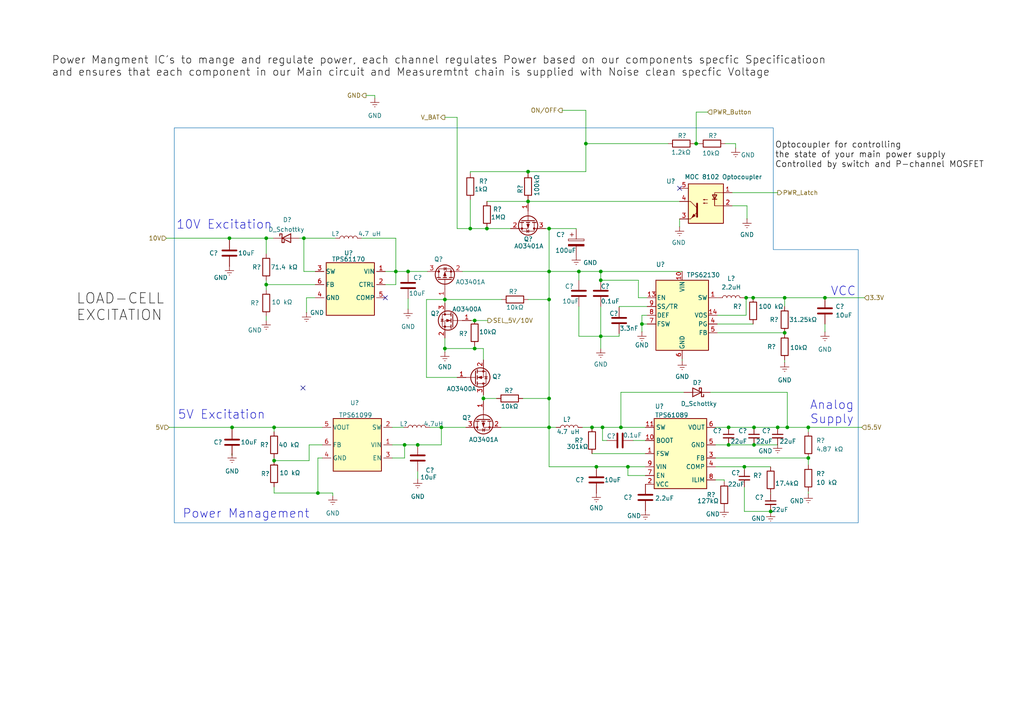
<source format=kicad_sch>
(kicad_sch (version 20250114) (generator "eeschema") (generator_version "9.0")
  (paper "A4")
  (lib_symbols
    (symbol "Device:C" (pin_numbers (hide yes)) (pin_names (offset 0.254))
      (property "Reference" "C" (at 0.635 2.54 0))
      (property "Value" "C" (at 0.635 -2.54 0))
      (symbol "C_0_1"
        (polyline (pts (xy -2.032 0.762) (xy 2.032 0.762)) (stroke (width 0.508)))
        (polyline (pts (xy -2.032 -0.762) (xy 2.032 -0.762)) (stroke (width 0.508)))
      )
      (symbol "C_1_1"
        (pin passive line (at 0 3.81 270) (length 2.794) (name "~") (number "1"))
        (pin passive line (at 0 -3.81 90) (length 2.794) (name "~") (number "2"))
      )
    )
    (symbol "Device:C_Polarized" (pin_numbers (hide yes)) (pin_names (offset 0.254))
      (property "Reference" "C" (at 0.635 2.54 0))
      (property "Value" "C_Polarized" (at 0.635 -2.54 0))
      (symbol "C_Polarized_0_1"
        (rectangle (start -2.286 0.508) (end 2.286 1.016))
        (polyline (pts (xy -1.778 2.286) (xy -0.762 2.286)))
        (polyline (pts (xy -1.27 2.794) (xy -1.27 1.778)))
        (rectangle (start 2.286 -0.508) (end -2.286 -1.016) (fill (type outline)))
      )
      (symbol "C_Polarized_1_1"
        (pin passive line (at 0 3.81 270) (length 2.794) (name "~") (number "1"))
        (pin passive line (at 0 -3.81 90) (length 2.794) (name "~") (number "2"))
      )
    )
    (symbol "Device:C_Small" (pin_numbers (hide yes)) (pin_names (offset 0.254) (hide yes))
      (property "Reference" "C" (at 0.254 1.778 0))
      (property "Value" "C_Small" (at 0.254 -2.032 0))
      (symbol "C_Small_0_1"
        (polyline (pts (xy -1.524 0.508) (xy 1.524 0.508)) (stroke (width 0.3048)))
        (polyline (pts (xy -1.524 -0.508) (xy 1.524 -0.508)) (stroke (width 0.3302)))
      )
      (symbol "C_Small_1_1"
        (pin passive line (at 0 2.54 270) (length 2.032) (name "~") (number "1"))
        (pin passive line (at 0 -2.54 90) (length 2.032) (name "~") (number "2"))
      )
    )
    (symbol "Device:D_Schottky" (pin_numbers (hide yes)) (pin_names (offset 1.016) (hide yes))
      (property "Reference" "D" (at 0 2.54 0))
      (property "Value" "D_Schottky" (at 0 -2.54 0))
      (symbol "D_Schottky_0_1"
        (polyline (pts (xy -1.905 0.635) (xy -1.905 1.27) (xy -1.27 1.27) (xy -1.27 -1.27) (xy -0.635 -1.27) (xy -0.635 -0.635)) (stroke (width 0.254)))
        (polyline (pts (xy 1.27 1.27) (xy 1.27 -1.27) (xy -1.27 0) (xy 1.27 1.27)) (stroke (width 0.254)))
        (polyline (pts (xy 1.27 0) (xy -1.27 0)))
      )
      (symbol "D_Schottky_1_1"
        (pin passive line (at -3.81 0 0) (length 2.54) (name "K") (number "1"))
        (pin passive line (at 3.81 0 180) (length 2.54) (name "A") (number "2"))
      )
    )
    (symbol "Device:L" (pin_numbers (hide yes)) (pin_names (offset 1.016) (hide yes))
      (property "Reference" "L" (at -1.27 0 90))
      (property "Value" "L" (at 1.905 0 90))
      (symbol "L_0_1"
        (arc (start 0 2.54) (mid 0.6323 1.905) (end 0 1.27))
        (arc (start 0 1.27) (mid 0.6323 0.635) (end 0 0))
        (arc (start 0 0) (mid 0.6323 -0.635) (end 0 -1.27))
        (arc (start 0 -1.27) (mid 0.6323 -1.905) (end 0 -2.54))
      )
      (symbol "L_1_1"
        (pin passive line (at 0 3.81 270) (length 1.27) (name "1") (number "1"))
        (pin passive line (at 0 -3.81 90) (length 1.27) (name "2") (number "2"))
      )
    )
    (symbol "Device:R" (pin_numbers (hide yes)) (pin_names (offset 0))
      (property "Reference" "R" (at 2.032 0 90))
      (property "Value" "R" (at 0 0 90))
      (symbol "R_0_1"
        (rectangle (start -1.016 -2.54) (end 1.016 2.54) (stroke (width 0.254)))
      )
      (symbol "R_1_1"
        (pin passive line (at 0 3.81 270) (length 1.27) (name "~") (number "1"))
        (pin passive line (at 0 -3.81 90) (length 1.27) (name "~") (number "2"))
      )
    )
    (symbol "Driver_LED:TPS61165DBV"
      (property "Reference" "U1" (at 0 12.446 0))
      (property "Value" "TPS61170" (at 0 9.906 0))
      (symbol "TPS61165DBV_1_1"
        (rectangle (start -6.985 7.62) (end 6.985 -7.62) (stroke (width 0.254)) (fill (type background)))
        (pin power_in line (at -10.16 5.08 0) (length 2.54) (name "VIN") (number "1"))
        (pin input line (at -10.16 1.27 0) (length 2.54) (name "CTRL") (number "2"))
        (pin output line (at -10.16 -2.54 0) (length 2.54) (name "COMP") (number "5"))
        (pin power_out line (at 10.16 5.08 180) (length 2.54) (name "SW") (number "3"))
        (pin input line (at 10.16 1.27 180) (length 2.54) (name "FB") (number "6"))
        (pin power_in line (at 10.16 -2.54 180) (length 2.54) (name "GND") (number "4"))
      )
    )
    (symbol "Isolator:Optocoupler_DC_PhotoNPN_AKEC"
      (property "Reference" "U1" (at 0 9.144 0))
      (property "Value" "Optocoupler_DC_PhotoNPN_AKEC" (at 0 6.604 0))
      (symbol "Optocoupler_DC_PhotoNPN_AKEC_0_1"
        (rectangle (start -5.08 5.08) (end 5.08 -6.35) (stroke (width 0.254)) (fill (type background)))
        (polyline (pts (xy -5.08 2.54) (xy -2.54 2.54) (xy -2.54 -1.27) (xy -2.54 0.635)))
        (polyline (pts (xy -3.175 0.635) (xy -1.905 0.635)) (stroke (width 0.254)))
        (polyline (pts (xy -2.54 0.635) (xy -2.54 -1.27) (xy -5.08 -1.27)))
        (polyline (pts (xy -2.54 0.635) (xy -3.175 1.905) (xy -1.905 1.905) (xy -2.54 0.635)) (stroke (width 0.254)))
        (polyline (pts (xy -0.508 0.508) (xy 0.762 0.508) (xy 0.381 0.381) (xy 0.381 0.635) (xy 0.762 0.508)))
        (polyline (pts (xy -0.508 -0.508) (xy 0.762 -0.508) (xy 0.381 -0.635) (xy 0.381 -0.381) (xy 0.762 -0.508)))
        (polyline (pts (xy 2.54 -0.635) (xy 2.54 -4.445)) (stroke (width 0.508)))
        (polyline (pts (xy 2.54 -1.905) (xy 4.445 0)))
        (polyline (pts (xy 3.048 -4.191) (xy 3.556 -3.683) (xy 4.064 -4.699) (xy 3.048 -4.191)) (fill (type outline)))
        (polyline (pts (xy 4.445 0) (xy 5.08 0)))
        (polyline (pts (xy 4.445 -5.08) (xy 2.54 -3.175)) (fill (type outline)))
        (polyline (pts (xy 4.445 -5.08) (xy 5.08 -5.08)))
      )
      (symbol "Optocoupler_DC_PhotoNPN_AKEC_1_1"
        (pin passive line (at -7.62 2.54 0) (length 2.54) (name "~") (number "1"))
        (pin passive line (at -7.62 -1.27 0) (length 2.54) (name "~") (number "2"))
        (pin passive line (at 7.62 3.81 180) (length 2.54) (name "~") (number "5"))
        (pin passive line (at 7.62 0 180) (length 2.54) (name "~") (number "4"))
        (pin passive line (at 7.62 -5.08 180) (length 2.54) (name "~") (number "3"))
      )
    )
    (symbol "Regulator_Switching:TPS61089"
      (property "Reference" "U12" (at -6.096 13.716 0))
      (property "Value" "TPS61089" (at -2.54 11.176 0))
      (symbol "TPS61089_0_1"
        (rectangle (start -7.62 10.16) (end 7.62 -10.16) (stroke (width 0.254)) (fill (type background)))
      )
      (symbol "TPS61089_1_1"
        (pin input line (at -10.16 7.62 0) (length 2.54) (name "SW") (number "11"))
        (pin passive line (at -10.16 3.81 0) (length 2.54) (name "BOOT") (number "10"))
        (pin passive line (at -10.16 0 0) (length 2.54) (name "FSW") (number "1"))
        (pin power_in line (at -10.16 -3.81 0) (length 2.54) (name "VIN") (number "9"))
        (pin input line (at -10.16 -6.35 0) (length 2.54) (name "EN") (number "7"))
        (pin passive line (at -10.16 -8.89 0) (length 2.54) (name "VCC") (number "2"))
        (pin power_out line (at 10.16 7.62 180) (length 2.54) (name "VOUT") (number "6"))
        (pin power_in line (at 10.16 2.54 180) (length 2.54) (name "GND") (number "5"))
        (pin input line (at 10.16 -1.27 180) (length 2.54) (name "FB") (number "3"))
        (pin passive line (at 10.16 -3.81 180) (length 2.54) (name "COMP") (number "4"))
        (pin passive line (at 10.16 -7.62 180) (length 2.54) (name "ILIM") (number "8"))
      )
    )
    (symbol "Regulator_Switching:TPS62130" (pin_names (offset 0.254))
      (property "Reference" "U" (at 3.81 13.97 0))
      (property "Value" "TPS62130" (at 3.81 11.43 0))
      (symbol "TPS62130_0_1"
        (rectangle (start -7.62 10.16) (end 7.62 -10.16) (stroke (width 0.254)) (fill (type background)))
      )
      (symbol "TPS62130_1_1"
        (pin input line (at -10.16 5.08 0) (length 2.54) (name "EN") (number "13"))
        (pin input line (at -10.16 2.54 0) (length 2.54) (name "SS/TR") (number "9"))
        (pin input line (at -10.16 0 0) (length 2.54) (name "DEF") (number "8"))
        (pin input line (at -10.16 -2.54 0) (length 2.54) (name "FSW") (number "7"))
        (pin power_in line (at 0 12.7 270) (length 2.54) (name "VIN") (number "10"))
        (pin passive line (at 0 12.7 270) (length 2.54) (hide yes) (name "VIN") (number "11"))
        (pin passive line (at 0 12.7 270) (length 2.54) (hide yes) (name "VIN") (number "12"))
        (pin passive line (at 0 -12.7 90) (length 2.54) (hide yes) (name "GND") (number "15"))
        (pin passive line (at 0 -12.7 90) (length 2.54) (hide yes) (name "GND") (number "16"))
        (pin passive line (at 0 -12.7 90) (length 2.54) (hide yes) (name "GND") (number "17"))
        (pin power_in line (at 0 -12.7 90) (length 2.54) (name "GND") (number "6"))
        (pin output line (at 10.16 5.08 180) (length 2.54) (name "SW") (number "1"))
        (pin passive line (at 10.16 5.08 180) (length 2.54) (hide yes) (name "SW") (number "2"))
        (pin passive line (at 10.16 5.08 180) (length 2.54) (hide yes) (name "SW") (number "3"))
        (pin input line (at 10.16 0 180) (length 2.54) (name "VOS") (number "14"))
        (pin open_collector line (at 10.16 -2.54 180) (length 2.54) (name "PG") (number "4"))
        (pin input line (at 10.16 -5.08 180) (length 2.54) (name "FB") (number "5"))
      )
    )
    (symbol "TPS61165DBV_1"
      (property "Reference" "U7" (at 0.762 12.192 0))
      (property "Value" "TPS61099" (at 0.508 8.636 0))
      (symbol "TPS61165DBV_1_1_1"
        (rectangle (start -6.985 7.62) (end 6.985 -7.62) (stroke (width 0.254)) (fill (type background)))
        (pin power_out line (at -10.16 5.08 0) (length 2.54) (name "SW") (number "2"))
        (pin power_in line (at -10.16 0 0) (length 2.54) (name "VIN") (number "1"))
        (pin input line (at -10.16 -3.81 0) (length 2.54) (name "EN") (number "3"))
        (pin power_out line (at 10.16 5.08 180) (length 2.54) (name "VOUT") (number "5"))
        (pin input line (at 10.16 0 180) (length 2.54) (name "FB") (number "6"))
        (pin power_in line (at 10.16 -3.81 180) (length 2.54) (name "GND") (number "4"))
      )
    )
    (symbol "Transistor_FET:AO3400A" (pin_names (offset 0) (hide yes))
      (property "Reference" "Q" (at 5.08 1.905 0))
      (property "Value" "AO3400A" (at 5.08 0 0))
      (symbol "AO3400A_0_1"
        (polyline (pts (xy 0.254 1.905) (xy 0.254 -1.905)) (stroke (width 0.254)))
        (polyline (pts (xy 0.254 0) (xy -2.54 0)))
        (polyline (pts (xy 0.762 2.286) (xy 0.762 1.27)) (stroke (width 0.254)))
        (polyline (pts (xy 0.762 0.508) (xy 0.762 -0.508)) (stroke (width 0.254)))
        (polyline (pts (xy 0.762 -1.27) (xy 0.762 -2.286)) (stroke (width 0.254)))
        (polyline (pts (xy 0.762 -1.778) (xy 3.302 -1.778) (xy 3.302 1.778) (xy 0.762 1.778)))
        (polyline (pts (xy 1.016 0) (xy 2.032 0.381) (xy 2.032 -0.381) (xy 1.016 0)) (fill (type outline)))
        (circle (center 1.651 0) (radius 2.794) (stroke (width 0.254)))
        (polyline (pts (xy 2.54 2.54) (xy 2.54 1.778)))
        (circle (center 2.54 1.778) (radius 0.254) (fill (type outline)))
        (circle (center 2.54 -1.778) (radius 0.254) (fill (type outline)))
        (polyline (pts (xy 2.54 -2.54) (xy 2.54 0) (xy 0.762 0)))
        (polyline (pts (xy 2.921 0.381) (xy 3.683 0.381)))
        (polyline (pts (xy 3.302 0.381) (xy 2.921 -0.254) (xy 3.683 -0.254) (xy 3.302 0.381)))
      )
      (symbol "AO3400A_1_1"
        (pin input line (at -5.08 0 0) (length 2.54) (name "G") (number "1"))
        (pin passive line (at 2.54 5.08 270) (length 2.54) (name "D") (number "3"))
        (pin passive line (at 2.54 -5.08 90) (length 2.54) (name "S") (number "2"))
      )
    )
    (symbol "Transistor_FET:AO3401A" (pin_names (hide yes))
      (property "Reference" "Q" (at 5.08 1.905 0))
      (property "Value" "AO3401A" (at 5.08 0 0))
      (symbol "AO3401A_0_1"
        (polyline (pts (xy 0.254 1.905) (xy 0.254 -1.905)) (stroke (width 0.254)))
        (polyline (pts (xy 0.254 0) (xy -2.54 0)))
        (polyline (pts (xy 0.762 2.286) (xy 0.762 1.27)) (stroke (width 0.254)))
        (polyline (pts (xy 0.762 1.778) (xy 3.302 1.778) (xy 3.302 -1.778) (xy 0.762 -1.778)))
        (polyline (pts (xy 0.762 0.508) (xy 0.762 -0.508)) (stroke (width 0.254)))
        (polyline (pts (xy 0.762 -1.27) (xy 0.762 -2.286)) (stroke (width 0.254)))
        (circle (center 1.651 0) (radius 2.794) (stroke (width 0.254)))
        (polyline (pts (xy 2.286 0) (xy 1.27 0.381) (xy 1.27 -0.381) (xy 2.286 0)) (fill (type outline)))
        (polyline (pts (xy 2.54 2.54) (xy 2.54 1.778)))
        (circle (center 2.54 1.778) (radius 0.254) (fill (type outline)))
        (circle (center 2.54 -1.778) (radius 0.254) (fill (type outline)))
        (polyline (pts (xy 2.54 -2.54) (xy 2.54 0) (xy 0.762 0)))
        (polyline (pts (xy 2.794 -0.508) (xy 2.921 -0.381) (xy 3.683 -0.381) (xy 3.81 -0.254)))
        (polyline (pts (xy 3.302 -0.381) (xy 2.921 0.254) (xy 3.683 0.254) (xy 3.302 -0.381)))
      )
      (symbol "AO3401A_1_1"
        (pin input line (at -5.08 0 0) (length 2.54) (name "G") (number "1"))
        (pin passive line (at 2.54 5.08 270) (length 2.54) (name "D") (number "3"))
        (pin passive line (at 2.54 -5.08 90) (length 2.54) (name "S") (number "2"))
      )
    )
    (symbol "power:GNDREF" (power) (pin_numbers (hide yes)) (pin_names (offset 0) (hide yes))
      (property "Value" "GNDREF" (at 0 -3.81 0))
      (symbol "GNDREF_0_1"
        (polyline (pts (xy -0.635 -1.905) (xy 0.635 -1.905)))
        (polyline (pts (xy -0.127 -2.54) (xy 0.127 -2.54)))
        (polyline (pts (xy 0 -1.27) (xy 0 0)))
        (polyline (pts (xy 1.27 -1.27) (xy -1.27 -1.27)))
      )
      (symbol "GNDREF_1_1"
        (pin power_in line (at 0 0 270) (length 0) (name "~") (number "1"))
      )
    )
  )
  (text "Optocoupler for controlling \nthe state of your main power supply\nControlled by switch and P-channel MOSFET" (at 224.79 44.958 0) (effects (font (size 1.76 1.76)) (justify left)))
  (text "Analog\nSupply\n" (at 241.3 119.634 0) (effects (font (size 2.54 2.54))))
  (text "VCC\n" (at 244.602 84.582 0) (effects (font (size 2.54 2.54))))
  (text "Power Management" (at 71.374 149.098 0) (effects (font (size 2.54 2.54))))
  (text "10V Excitation" (at 65.024 65.278 0) (effects (font (size 2.54 2.54))))
  (text "Power Mangment IC's to mange and regulate power, each channel regulates Power based on our components specfic Specificatioon \nand ensures that each component in our Main circuit and Measuremtnt chain is supplied with Noise clean specfic Voltage " (at 14.986 19.304 0) (effects (font (size 2.2 2.2)) (justify left)))
  (text "5V Excitation\n" (at 64.262 120.396 0) (effects (font (size 2.54 2.54))))
  (text "LOAD-CELL \nEXCITATION" (at 22.098 89.154 0) (effects (font (size 3 3)) (justify left)))
  (junction (at 140.208 115.57))
  (junction (at 114.808 78.74))
  (junction (at 77.216 82.55))
  (junction (at 216.408 86.36))
  (junction (at 117.348 129.032))
  (junction (at 218.44 86.36))
  (junction (at 227.584 96.52))
  (junction (at 225.552 123.952))
  (junction (at 153.162 58.42))
  (junction (at 180.086 123.952))
  (junction (at 159.258 78.74))
  (junction (at 136.398 66.294))
  (junction (at 79.502 133.604))
  (junction (at 118.364 78.74))
  (junction (at 67.31 123.952))
  (junction (at 174.244 78.74))
  (junction (at 172.974 135.382))
  (junction (at 92.202 143.002))
  (junction (at 121.158 129.032))
  (junction (at 167.894 78.74))
  (junction (at 79.502 123.952))
  (junction (at 129.032 86.868))
  (junction (at 77.216 69.088))
  (junction (at 201.93 41.656))
  (junction (at 137.668 101.092))
  (junction (at 128.016 123.952))
  (junction (at 174.244 97.536))
  (junction (at 153.162 49.784))
  (junction (at 239.268 86.36))
  (junction (at 159.258 115.57))
  (junction (at 137.668 92.964))
  (junction (at 159.258 86.868))
  (junction (at 159.258 66.294))
  (junction (at 186.182 93.98))
  (junction (at 211.328 129.032))
  (junction (at 141.224 66.294))
  (junction (at 215.9 135.382))
  (junction (at 234.442 132.842))
  (junction (at 174.244 81.28))
  (junction (at 234.442 123.952))
  (junction (at 66.548 69.088))
  (junction (at 129.032 101.092))
  (junction (at 159.258 123.952))
  (junction (at 223.52 148.336))
  (junction (at 171.704 123.952))
  (junction (at 218.694 129.032))
  (junction (at 228.346 123.952))
  (junction (at 211.328 123.952))
  (junction (at 169.926 41.656))
  (junction (at 182.118 135.382))
  (junction (at 218.694 123.952))
  (junction (at 174.752 123.952))
  (junction (at 88.138 69.088))
  (junction (at 227.584 86.36))
  (no_connect (at 111.76 86.36))
  (no_connect (at 197.104 54.61))
  (no_connect (at 87.884 112.522))
  (wire (pts (xy 182.118 135.382) (xy 187.198 135.382)))
  (wire (pts (xy 208.026 93.98) (xy 218.44 93.98)))
  (wire (pts (xy 77.216 81.28) (xy 77.216 82.55)))
  (wire (pts (xy 176.022 127.762) (xy 174.752 127.762)))
  (wire (pts (xy 153.162 49.784) (xy 153.162 50.292)))
  (wire (pts (xy 174.244 78.74) (xy 197.866 78.74)))
  (wire (pts (xy 215.9 86.36) (xy 216.408 86.36)))
  (wire (pts (xy 77.216 92.964) (xy 77.216 91.694)))
  (wire (pts (xy 129.032 86.868) (xy 129.032 87.884)))
  (wire (pts (xy 88.138 69.088) (xy 88.138 78.74)))
  (wire (pts (xy 77.216 69.088) (xy 77.216 73.66)))
  (wire (pts (xy 159.258 86.868) (xy 159.258 115.57)))
  (wire (pts (xy 141.224 66.04) (xy 141.224 66.294)))
  (wire (pts (xy 79.502 143.002) (xy 92.202 143.002)))
  (wire (pts (xy 118.364 78.994) (xy 118.364 78.74)))
  (wire (pts (xy 159.258 123.952) (xy 161.29 123.952)))
  (wire (pts (xy 174.244 78.74) (xy 174.244 81.28)))
  (wire (pts (xy 205.994 113.792) (xy 228.346 113.792)))
  (wire (pts (xy 158.242 66.294) (xy 159.258 66.294)))
  (wire (pts (xy 207.518 135.382) (xy 215.9 135.382)))
  (wire (pts (xy 239.268 86.36) (xy 250.698 86.36)))
  (wire (pts (xy 117.348 129.032) (xy 113.792 129.032)))
  (wire (pts (xy 88.138 78.74) (xy 91.44 78.74)))
  (wire (pts (xy 227.584 86.36) (xy 227.584 88.9)))
  (wire (pts (xy 129.032 86.868) (xy 145.542 86.868)))
  (wire (pts (xy 118.364 78.74) (xy 114.808 78.74)))
  (wire (pts (xy 114.808 78.74) (xy 111.76 78.74)))
  (wire (pts (xy 124.714 123.952) (xy 128.016 123.952)))
  (wire (pts (xy 117.348 132.842) (xy 113.792 132.842)))
  (wire (pts (xy 172.974 135.382) (xy 182.118 135.382)))
  (wire (pts (xy 193.802 41.656) (xy 169.926 41.656)))
  (wire (pts (xy 187.706 91.44) (xy 186.182 91.44)))
  (wire (pts (xy 159.258 135.382) (xy 172.974 135.382)))
  (wire (pts (xy 159.258 115.57) (xy 159.258 123.952)))
  (wire (pts (xy 89.662 129.032) (xy 93.472 129.032)))
  (wire (pts (xy 137.668 92.71) (xy 137.668 92.964)))
  (wire (pts (xy 213.36 41.656) (xy 210.312 41.656)))
  (wire (pts (xy 148.082 66.294) (xy 141.224 66.294)))
  (wire (pts (xy 174.752 123.952) (xy 174.752 127.762)))
  (wire (pts (xy 239.268 93.98) (xy 239.268 96.266)))
  (wire (pts (xy 96.52 143.002) (xy 92.202 143.002)))
  (wire (pts (xy 132.588 66.294) (xy 136.398 66.294)))
  (wire (pts (xy 91.44 82.55) (xy 77.216 82.55)))
  (wire (pts (xy 159.258 78.74) (xy 159.258 86.868)))
  (wire (pts (xy 182.118 137.922) (xy 187.198 137.922)))
  (wire (pts (xy 140.208 114.554) (xy 140.208 115.57)))
  (wire (pts (xy 180.086 123.952) (xy 187.198 123.952)))
  (wire (pts (xy 159.258 78.74) (xy 167.894 78.74)))
  (wire (pts (xy 67.31 123.952) (xy 67.31 124.46)))
  (wire (pts (xy 215.9 148.336) (xy 223.52 148.336)))
  (wire (pts (xy 132.588 34.036) (xy 132.588 66.294)))
  (wire (pts (xy 128.016 123.952) (xy 128.016 129.032)))
  (wire (pts (xy 167.894 78.74) (xy 167.894 81.28)))
  (wire (pts (xy 79.502 123.952) (xy 93.472 123.952)))
  (wire (pts (xy 212.344 55.88) (xy 225.552 55.88)))
  (wire (pts (xy 48.26 69.088) (xy 66.548 69.088)))
  (wire (pts (xy 117.348 129.032) (xy 117.348 132.842)))
  (wire (pts (xy 171.704 123.952) (xy 174.752 123.952)))
  (wire (pts (xy 93.472 132.842) (xy 92.202 132.842)))
  (wire (pts (xy 218.694 129.032) (xy 225.552 129.032)))
  (wire (pts (xy 128.016 123.952) (xy 135.128 123.952)))
  (wire (pts (xy 96.52 143.764) (xy 96.52 143.002)))
  (wire (pts (xy 137.668 92.964) (xy 136.652 92.964)))
  (wire (pts (xy 121.158 129.032) (xy 128.016 129.032)))
  (wire (pts (xy 89.662 133.604) (xy 79.502 133.604)))
  (wire (pts (xy 153.162 58.42) (xy 197.104 58.42)))
  (wire (pts (xy 132.588 109.474) (xy 123.698 109.474)))
  (wire (pts (xy 171.704 131.572) (xy 187.198 131.572)))
  (wire (pts (xy 198.374 113.792) (xy 180.086 113.792)))
  (wire (pts (xy 179.578 89.154) (xy 179.578 88.9)))
  (wire (pts (xy 201.422 41.656) (xy 201.93 41.656)))
  (wire (pts (xy 187.706 93.98) (xy 186.182 93.98)))
  (wire (pts (xy 234.442 132.842) (xy 234.442 134.874)))
  (wire (pts (xy 215.9 135.382) (xy 223.52 135.382)))
  (wire (pts (xy 167.132 66.548) (xy 167.132 66.294)))
  (wire (pts (xy 216.408 91.44) (xy 208.026 91.44)))
  (wire (pts (xy 77.216 69.088) (xy 66.548 69.088)))
  (wire (pts (xy 167.894 88.9) (xy 167.894 97.536)))
  (wire (pts (xy 227.584 86.36) (xy 239.268 86.36)))
  (wire (pts (xy 140.208 115.57) (xy 140.208 116.332)))
  (wire (pts (xy 207.518 129.032) (xy 211.328 129.032)))
  (wire (pts (xy 174.244 97.536) (xy 179.578 97.536)))
  (wire (pts (xy 167.894 78.74) (xy 174.244 78.74)))
  (wire (pts (xy 145.288 123.952) (xy 159.258 123.952)))
  (wire (pts (xy 169.926 41.656) (xy 169.926 49.784)))
  (wire (pts (xy 187.706 86.36) (xy 185.166 86.36)))
  (wire (pts (xy 205.232 32.512) (xy 201.93 32.512)))
  (wire (pts (xy 213.36 42.926) (xy 213.36 41.656)))
  (wire (pts (xy 137.668 101.092) (xy 137.668 100.33)))
  (wire (pts (xy 118.364 89.662) (xy 118.364 86.614)))
  (wire (pts (xy 228.346 123.952) (xy 234.442 123.952)))
  (wire (pts (xy 140.208 101.092) (xy 137.668 101.092)))
  (wire (pts (xy 169.926 32.004) (xy 169.926 41.656)))
  (wire (pts (xy 180.086 113.792) (xy 180.086 123.952)))
  (wire (pts (xy 114.808 78.74) (xy 114.808 82.55)))
  (wire (pts (xy 88.9 86.36) (xy 88.9 90.678)))
  (wire (pts (xy 207.518 123.952) (xy 211.328 123.952)))
  (wire (pts (xy 210.058 139.7) (xy 210.058 139.192)))
  (wire (pts (xy 151.638 115.57) (xy 159.258 115.57)))
  (wire (pts (xy 129.032 98.044) (xy 129.032 101.092)))
  (wire (pts (xy 183.642 127.762) (xy 187.198 127.762)))
  (wire (pts (xy 159.258 66.294) (xy 159.258 78.74)))
  (wire (pts (xy 114.808 82.55) (xy 111.76 82.55)))
  (wire (pts (xy 211.328 129.032) (xy 218.694 129.032)))
  (wire (pts (xy 186.182 91.44) (xy 186.182 93.98)))
  (wire (pts (xy 234.442 143.256) (xy 234.442 142.494)))
  (wire (pts (xy 225.552 123.952) (xy 228.346 123.952)))
  (wire (pts (xy 223.52 148.336) (xy 223.52 148.59)))
  (wire (pts (xy 197.866 104.14) (xy 197.866 104.648)))
  (wire (pts (xy 215.9 135.382) (xy 215.9 136.144)))
  (wire (pts (xy 174.752 123.952) (xy 180.086 123.952)))
  (wire (pts (xy 79.502 141.224) (xy 79.502 143.002)))
  (wire (pts (xy 227.584 96.774) (xy 227.584 96.52)))
  (wire (pts (xy 118.364 78.74) (xy 123.952 78.74)))
  (wire (pts (xy 186.182 93.98) (xy 186.182 96.266)))
  (wire (pts (xy 218.44 86.36) (xy 227.584 86.36)))
  (wire (pts (xy 201.93 32.512) (xy 201.93 41.656)))
  (wire (pts (xy 159.258 123.952) (xy 159.258 135.382)))
  (wire (pts (xy 153.162 86.868) (xy 159.258 86.868)))
  (wire (pts (xy 216.408 86.36) (xy 218.44 86.36)))
  (wire (pts (xy 197.104 63.5) (xy 197.104 65.786)))
  (wire (pts (xy 223.52 143.002) (xy 223.52 143.256)))
  (wire (pts (xy 121.158 136.652) (xy 121.158 138.938)))
  (wire (pts (xy 153.162 58.42) (xy 153.162 58.674)))
  (wire (pts (xy 108.712 27.686) (xy 108.712 28.448)))
  (wire (pts (xy 215.9 141.224) (xy 215.9 148.336)))
  (wire (pts (xy 97.282 69.088) (xy 88.138 69.088)))
  (wire (pts (xy 179.578 88.9) (xy 187.706 88.9)))
  (wire (pts (xy 208.026 96.52) (xy 227.584 96.52)))
  (wire (pts (xy 106.172 27.686) (xy 108.712 27.686)))
  (wire (pts (xy 210.058 139.192) (xy 207.518 139.192)))
  (wire (pts (xy 174.244 88.9) (xy 174.244 97.536)))
  (wire (pts (xy 234.442 123.952) (xy 234.442 125.222)))
  (wire (pts (xy 185.166 86.36) (xy 185.166 81.28)))
  (wire (pts (xy 114.808 69.088) (xy 104.902 69.088)))
  (wire (pts (xy 49.022 123.952) (xy 67.31 123.952)))
  (wire (pts (xy 79.502 133.604) (xy 79.502 132.842)))
  (wire (pts (xy 66.548 69.596) (xy 66.548 69.088)))
  (wire (pts (xy 211.328 123.952) (xy 218.694 123.952)))
  (wire (pts (xy 216.408 86.36) (xy 216.408 91.44)))
  (wire (pts (xy 89.662 133.604) (xy 89.662 129.032)))
  (wire (pts (xy 228.346 113.792) (xy 228.346 123.952)))
  (wire (pts (xy 167.894 97.536) (xy 174.244 97.536)))
  (wire (pts (xy 182.118 137.922) (xy 182.118 135.382)))
  (wire (pts (xy 117.094 123.952) (xy 113.792 123.952)))
  (wire (pts (xy 159.258 66.294) (xy 167.132 66.294)))
  (wire (pts (xy 136.398 57.912) (xy 136.398 66.294)))
  (wire (pts (xy 129.032 101.092) (xy 137.668 101.092)))
  (wire (pts (xy 136.398 50.292) (xy 136.398 49.784)))
  (wire (pts (xy 207.518 132.842) (xy 234.442 132.842)))
  (wire (pts (xy 174.244 81.28) (xy 185.166 81.28)))
  (wire (pts (xy 168.91 123.952) (xy 171.704 123.952)))
  (wire (pts (xy 67.31 123.952) (xy 79.502 123.952)))
  (wire (pts (xy 136.398 49.784) (xy 153.162 49.784)))
  (wire (pts (xy 79.248 69.088) (xy 77.216 69.088)))
  (wire (pts (xy 201.93 41.656) (xy 202.692 41.656)))
  (wire (pts (xy 134.112 78.74) (xy 159.258 78.74)))
  (wire (pts (xy 123.698 86.868) (xy 129.032 86.868)))
  (wire (pts (xy 137.668 92.964) (xy 141.478 92.964)))
  (wire (pts (xy 208.026 86.36) (xy 208.28 86.36)))
  (wire (pts (xy 141.224 58.42) (xy 153.162 58.42)))
  (wire (pts (xy 114.808 78.74) (xy 114.808 69.088)))
  (wire (pts (xy 123.698 86.868) (xy 123.698 109.474)))
  (wire (pts (xy 144.018 115.57) (xy 140.208 115.57)))
  (wire (pts (xy 91.44 86.36) (xy 88.9 86.36)))
  (wire (pts (xy 227.584 104.394) (xy 227.584 105.156)))
  (wire (pts (xy 92.202 132.842) (xy 92.202 143.002)))
  (wire (pts (xy 163.068 32.004) (xy 169.926 32.004)))
  (wire (pts (xy 153.162 57.912) (xy 153.162 58.42)))
  (wire (pts (xy 212.344 59.69) (xy 216.662 59.69)))
  (wire (pts (xy 216.662 59.69) (xy 216.662 63.5)))
  (wire (pts (xy 129.032 101.092) (xy 129.032 102.108)))
  (wire (pts (xy 218.694 123.952) (xy 225.552 123.952)))
  (wire (pts (xy 129.032 34.036) (xy 132.588 34.036)))
  (wire (pts (xy 153.162 49.784) (xy 169.926 49.784)))
  (wire (pts (xy 129.032 86.868) (xy 129.032 86.36)))
  (wire (pts (xy 140.208 101.092) (xy 140.208 104.394)))
  (wire (pts (xy 136.398 66.294) (xy 141.224 66.294)))
  (wire (pts (xy 77.216 82.55) (xy 77.216 84.074)))
  (wire (pts (xy 174.244 97.536) (xy 174.244 101.092)))
  (wire (pts (xy 179.578 96.774) (xy 179.578 97.536)))
  (wire (pts (xy 121.158 129.032) (xy 117.348 129.032)))
  (wire (pts (xy 88.138 69.088) (xy 86.868 69.088)))
  (wire (pts (xy 67.31 131.572) (xy 67.31 132.08)))
  (wire (pts (xy 234.442 123.952) (xy 249.936 123.952)))
  (wire (pts (xy 79.502 123.952) (xy 79.502 125.222)))
  (hierarchical_label "5.5V" (shape input) (at 249.936 123.952 0))
  (hierarchical_label "10V" (shape input) (at 48.26 69.088 180))
  (hierarchical_label "V_BAT" (shape output) (at 129.032 34.036 180))
  (hierarchical_label "5V" (shape input) (at 49.022 123.952 180))
  (hierarchical_label "ON{slash}OFF" (shape output) (at 163.068 32.004 180))
  (hierarchical_label "PWR_Button" (shape input) (at 205.232 32.512 0))
  (hierarchical_label "SEL_5V{slash}10V" (shape output) (at 141.478 92.964 0))
  (hierarchical_label "3.3V" (shape input) (at 250.698 86.36 0))
  (hierarchical_label "PWR_Latch" (shape output) (at 225.552 55.88 0))
  (hierarchical_label "GND" (shape output) (at 106.172 27.686 180))
  (rule_area (polyline (pts (xy 248.92 151.638) (xy 248.92 72.39) (xy 224.282 72.39) (xy 224.282 37.084) (xy 50.546 37.084) (xy 50.546 151.638)) (stroke (width 0) (color 33 122 182 1))))
  (symbol (lib_id "Device:C_Small") (at 223.52 145.796 0) (unit 1)
    (property "Reference" "C?" (at 218.948 144.272 0) (effects (justify left)))
    (property "Value" "22uF" (at 223.774 147.828 0) (effects (justify left)))
    (property "Footprint" "Capacitor_SMD:C_1206_3216Metric" (effects (hide yes)))
    (property "Description" "Unpolarized capacitor, small symbol" (effects (hide yes)))
  )
  (symbol (lib_id "Device:R") (at 141.224 62.23 0) (mirror x) (unit 1)
    (property "Reference" "R?" (at 144.272 60.706 0))
    (property "Value" "1MΩ" (at 144.526 62.992 0))
    (property "Footprint" "Resistor_SMD:R_0805_2012Metric" (effects (hide yes)))
    (property "Description" "Resistor" (effects (hide yes)))
  )
  (symbol (lib_id "power:GNDREF") (at 186.182 96.266 0) (unit 1)
    (property "Reference" "#PWR?" (effects (hide yes)))
    (property "Value" "GND" (at 186.182 100.076 0))
    (property "Description" "Power symbol creates a global label with name \"GNDREF\" , reference supply ground" (effects (hide yes)))
  )
  (symbol (lib_id "power:GNDREF") (at 213.36 42.926 0) (unit 1)
    (property "Reference" "#PWR?" (effects (hide yes)))
    (property "Value" "GND" (at 216.916 44.958 0))
    (property "Description" "Power symbol creates a global label with name \"GNDREF\" , reference supply ground" (effects (hide yes)))
  )
  (symbol (lib_id "Device:C_Small") (at 225.552 126.492 0) (unit 1)
    (property "Reference" "C?" (at 220.98 124.968 0) (effects (justify left)))
    (property "Value" "22uF" (at 226.06 128.016 0) (effects (justify left)))
    (property "Footprint" "Capacitor_SMD:C_1206_3216Metric" (effects (hide yes)))
    (property "Description" "Unpolarized capacitor, small symbol" (effects (hide yes)))
  )
  (symbol (lib_id "power:GNDREF") (at 129.032 102.108 0) (mirror y) (unit 1)
    (property "Reference" "#PWR?" (effects (hide yes)))
    (property "Value" "GND" (at 129.032 106.426 0))
    (property "Description" "Power symbol creates a global label with name \"GNDREF\" , reference supply ground" (effects (hide yes)))
  )
  (symbol (lib_id "Transistor_FET:AO3400A") (at 137.668 109.474 0) (mirror x) (unit 1)
    (property "Reference" "Q?" (at 142.748 109.22 0) (effects (justify left)))
    (property "Value" "AO3400A" (at 129.54 112.776 0) (effects (justify left)))
    (property "Footprint" "Package_TO_SOT_SMD:SOT-23" (effects (hide yes)))
    (property "Datasheet" "http://www.aosmd.com/pdfs/datasheet/AO3400A.pdf" (effects (hide yes)))
    (property "Description" "30V Vds, 5.7A Id, Logic-Level N-Channel MOSFET, SOT-23" (effects (hide yes)))
  )
  (symbol (lib_id "Device:C_Small") (at 218.694 126.492 0) (unit 1)
    (property "Reference" "C?" (at 214.122 124.968 0) (effects (justify left)))
    (property "Value" "22uF" (at 219.202 128.016 0) (effects (justify left)))
    (property "Footprint" "Capacitor_SMD:C_1206_3216Metric" (effects (hide yes)))
    (property "Description" "Unpolarized capacitor, small symbol" (effects (hide yes)))
  )
  (symbol (lib_id "power:GNDREF") (at 67.31 131.572 0) (mirror y) (unit 1)
    (property "Reference" "#PWR?" (effects (hide yes)))
    (property "Value" "GND" (at 67.31 136.652 0))
    (property "Description" "Power symbol creates a global label with name \"GNDREF\" , reference supply ground" (effects (hide yes)))
  )
  (symbol (lib_id "Device:R") (at 223.52 139.192 0) (unit 1)
    (property "Reference" "R?" (at 218.44 137.922 0) (effects (justify left)))
    (property "Value" "17.4kΩ" (at 224.79 140.208 0) (effects (justify left)))
    (property "Footprint" "Resistor_SMD:R_0805_2012Metric" (effects (hide yes)))
    (property "Description" "Resistor" (effects (hide yes)))
  )
  (symbol (lib_id "power:GNDREF") (at 66.548 77.216 0) (mirror y) (unit 1)
    (property "Reference" "#PWR?" (effects (hide yes)))
    (property "Value" "GND" (at 64.008 80.518 0))
    (property "Description" "Power symbol creates a global label with name \"GNDREF\" , reference supply ground" (effects (hide yes)))
  )
  (symbol (lib_id "Device:L") (at 212.09 86.36 90) (unit 1)
    (property "Reference" "L?" (at 212.09 80.772 90))
    (property "Value" "2.2uH" (at 212.09 83.312 90))
    (property "Footprint" "Inductor_THT:L_Radial_D6.0mm_P4.00mm" (effects (hide yes)))
    (property "Description" "Inductor" (effects (hide yes)))
  )
  (symbol (lib_id "Device:R") (at 79.502 137.414 0) (mirror y) (unit 1)
    (property "Reference" "R?" (at 78.232 137.414 0) (effects (justify left)))
    (property "Value" "10 kΩ" (at 87.122 137.16 0) (effects (justify left)))
    (property "Footprint" "Resistor_SMD:R_0805_2012Metric" (effects (hide yes)))
    (property "Description" "Resistor" (effects (hide yes)))
  )
  (symbol (lib_id "Transistor_FET:AO3400A") (at 131.572 92.964 0) (mirror y) (unit 1)
    (property "Reference" "Q?" (at 127.508 90.932 0) (effects (justify left)))
    (property "Value" "AO3400A" (at 139.7 89.662 0) (effects (justify left)))
    (property "Footprint" "Package_TO_SOT_SMD:SOT-23" (effects (hide yes)))
    (property "Datasheet" "http://www.aosmd.com/pdfs/datasheet/AO3400A.pdf" (effects (hide yes)))
    (property "Description" "30V Vds, 5.7A Id, Logic-Level N-Channel MOSFET, SOT-23" (effects (hide yes)))
  )
  (symbol (lib_id "Device:R") (at 137.668 96.52 0) (unit 1)
    (property "Reference" "R?" (at 134.366 96.774 0))
    (property "Value" "10kΩ" (at 141.478 96.266 0))
    (property "Footprint" "Resistor_SMD:R_0805_2012Metric" (effects (hide yes)))
    (property "Description" "Resistor" (effects (hide yes)))
  )
  (symbol (lib_id "power:GNDREF") (at 121.158 138.938 0) (mirror y) (unit 1)
    (property "Reference" "#PWR?" (effects (hide yes)))
    (property "Value" "GND" (at 121.158 144.018 0))
    (property "Description" "Power symbol creates a global label with name \"GNDREF\" , reference supply ground" (effects (hide yes)))
  )
  (symbol (lib_id "Transistor_FET:AO3401A") (at 129.032 81.28 90) (unit 1)
    (property "Reference" "Q?" (at 128.524 75.184 90) (effects (justify left)))
    (property "Value" "AO3401A" (at 140.716 81.788 90) (effects (justify left)))
    (property "Footprint" "Package_TO_SOT_SMD:SOT-23" (effects (hide yes)))
    (property "Datasheet" "http://www.aosmd.com/pdfs/datasheet/AO3401A.pdf" (effects (hide yes)))
    (property "Description" "-4.0A Id, -30V Vds, P-Channel MOSFET, SOT-23" (effects (hide yes)))
  )
  (symbol (lib_id "power:GNDREF") (at 108.712 28.448 0) (mirror y) (unit 1)
    (property "Reference" "#PWR?" (effects (hide yes)))
    (property "Value" "GND" (at 108.712 33.528 0))
    (property "Description" "Power symbol creates a global label with name \"GNDREF\" , reference supply ground" (effects (hide yes)))
  )
  (symbol (lib_id "Device:R") (at 136.398 54.102 0) (mirror x) (unit 1)
    (property "Reference" "R?" (at 141.478 52.578 0) (effects (justify right)))
    (property "Value" "1kΩ" (at 141.478 54.864 0) (effects (justify right)))
    (property "Footprint" "Resistor_SMD:R_0805_2012Metric" (effects (hide yes)))
    (property "Description" "Resistor" (effects (hide yes)))
  )
  (symbol (lib_id "Device:C") (at 66.548 73.406 0) (mirror y) (unit 1)
    (property "Reference" "C?" (at 63.246 73.406 0) (effects (justify left)))
    (property "Value" "10uF" (at 73.914 73.406 0) (effects (justify left)))
    (property "Footprint" "Capacitor_SMD:C_1206_3216Metric" (effects (hide yes)))
    (property "Description" "Unpolarized capacitor" (effects (hide yes)))
  )
  (symbol (lib_id "Device:C") (at 118.364 82.804 0) (mirror y) (unit 1)
    (property "Reference" "C?" (at 122.428 80.518 0) (effects (justify left)))
    (property "Value" "10uF" (at 123.444 85.09 0) (effects (justify left)))
    (property "Footprint" "Capacitor_SMD:C_1206_3216Metric" (effects (hide yes)))
    (property "Description" "Unpolarized capacitor" (effects (hide yes)))
  )
  (symbol (lib_id "Device:R") (at 218.44 90.17 0) (unit 1)
    (property "Reference" "R?" (at 212.598 88.9 0) (effects (justify left)))
    (property "Value" "100 kΩ" (at 219.964 88.9 0) (effects (justify left)))
    (property "Footprint" "Resistor_SMD:R_0805_2012Metric" (effects (hide yes)))
    (property "Description" "Resistor" (effects (hide yes)))
  )
  (symbol (lib_id "Device:R") (at 206.502 41.656 90) (unit 1)
    (property "Reference" "R?" (at 208.026 39.37 90) (effects (justify left)))
    (property "Value" "10kΩ" (at 208.788 44.45 90) (effects (justify left)))
    (property "Footprint" "Resistor_SMD:R_0805_2012Metric" (effects (hide yes)))
    (property "Description" "Resistor" (effects (hide yes)))
  )
  (symbol (lib_id "Device:L") (at 101.092 69.088 90) (unit 1)
    (property "Reference" "L?" (at 97.282 67.818 90))
    (property "Value" "4.7 uH" (at 107.188 67.818 90))
    (property "Footprint" "Inductor_THT:L_Radial_D6.0mm_P4.00mm" (effects (hide yes)))
    (property "Description" "Inductor" (effects (hide yes)))
  )
  (symbol (lib_id "Device:C") (at 179.578 92.964 180) (unit 1)
    (property "Reference" "C?" (at 179.324 90.932 0) (effects (justify left)))
    (property "Value" "3.3nF" (at 185.166 95.25 0) (effects (justify left)))
    (property "Footprint" "Capacitor_SMD:C_0805_2012Metric" (effects (hide yes)))
    (property "Description" "Unpolarized capacitor" (effects (hide yes)))
  )
  (symbol (lib_id "Device:C_Polarized") (at 167.132 70.358 0) (unit 1)
    (property "Reference" "C?" (at 161.29 68.072 0) (effects (justify left)))
    (property "Value" "100uF" (at 161.036 72.644 0) (effects (justify left)))
    (property "Footprint" "Capacitor_THT:CP_Radial_D5.0mm_P2.50mm" (effects (hide yes)))
    (property "Description" "Polarized capacitor" (effects (hide yes)))
  )
  (symbol (lib_id "Device:R") (at 227.584 100.584 0) (unit 1)
    (property "Reference" "R?" (at 222.504 100.584 0) (effects (justify left)))
    (property "Value" "10kΩ" (at 229.108 100.838 0) (effects (justify left)))
    (property "Footprint" "Resistor_SMD:R_0805_2012Metric" (effects (hide yes)))
    (property "Description" "Resistor" (effects (hide yes)))
  )
  (symbol (lib_id "power:GNDREF") (at 118.364 89.662 0) (mirror y) (unit 1)
    (property "Reference" "#PWR?" (effects (hide yes)))
    (property "Value" "GND" (at 118.364 94.742 0))
    (property "Description" "Power symbol creates a global label with name \"GNDREF\" , reference supply ground" (effects (hide yes)))
  )
  (symbol (lib_id "Isolator:Optocoupler_DC_PhotoNPN_AKEC") (at 204.724 58.42 0) (mirror y) (unit 1)
    (property "Reference" "U?" (at 194.564 52.578 0))
    (property "Value" "MOC 8102 Optocoupler" (at 209.804 51.308 0))
    (property "Footprint" "Package_DIP:DIP-5-6_W7.62mm_SMDSocket_SmallPads" (effects (hide yes)))
    (property "Description" "Generic DC optocoupler with NPN phototransistor output, pins order: anode/cathode/emitter/collector" (effects (hide yes)))
  )
  (symbol (lib_id "power:GNDREF") (at 174.244 101.092 0) (unit 1)
    (property "Reference" "#PWR?" (effects (hide yes)))
    (property "Value" "GND" (at 174.244 105.664 0))
    (property "Description" "Power symbol creates a global label with name \"GNDREF\" , reference supply ground" (effects (hide yes)))
  )
  (symbol (lib_id "Device:R") (at 77.216 77.47 0) (mirror y) (unit 1)
    (property "Reference" "R?" (at 73.152 77.47 0) (effects (justify right)))
    (property "Value" "71.4 kΩ" (at 78.486 77.47 0) (effects (justify right)))
    (property "Footprint" "Resistor_SMD:R_0805_2012Metric" (effects (hide yes)))
    (property "Description" "Resistor" (effects (hide yes)))
  )
  (symbol (lib_id "power:GNDREF") (at 77.216 92.964 0) (mirror y) (unit 1)
    (property "Reference" "#PWR?" (effects (hide yes)))
    (property "Value" "GND" (at 73.914 95.758 0))
    (property "Description" "Power symbol creates a global label with name \"GNDREF\" , reference supply ground" (effects (hide yes)))
  )
  (symbol (lib_id "Device:C") (at 67.31 128.27 0) (mirror y) (unit 1)
    (property "Reference" "C?" (at 64.516 128.27 0) (effects (justify left)))
    (property "Value" "10uF" (at 74.676 128.27 0) (effects (justify left)))
    (property "Footprint" "Capacitor_SMD:C_1206_3216Metric" (effects (hide yes)))
    (property "Description" "Unpolarized capacitor" (effects (hide yes)))
  )
  (symbol (lib_id "power:GNDREF") (at 210.058 147.32 0) (unit 1)
    (property "Reference" "#PWR?" (effects (hide yes)))
    (property "Value" "GND" (at 206.756 149.098 0))
    (property "Description" "Power symbol creates a global label with name \"GNDREF\" , reference supply ground" (effects (hide yes)))
  )
  (symbol (lib_id "power:GNDREF") (at 197.104 65.786 0) (mirror y) (unit 1)
    (property "Reference" "#PWR?" (effects (hide yes)))
    (property "Value" "GND" (at 196.85 70.358 0))
    (property "Description" "Power symbol creates a global label with name \"GNDREF\" , reference supply ground" (effects (hide yes)))
  )
  (symbol (lib_name "TPS61165DBV_1") (lib_id "Driver_LED:TPS61165DBV") (at 103.632 129.032 0) (mirror y) (unit 1)
    (property "Reference" "U?" (at 102.87 116.84 0))
    (property "Value" "TPS61099" (at 103.124 120.396 0))
    (property "Footprint" "Package_TO_SOT_SMD:SOT-23-6" (effects (hide yes)))
    (property "Datasheet" "https://www.ti.com/lit/ds/symlink/tps61165.pdf" (effects (hide yes)))
    (property "Description" "High-Brightness, White LED Driver, 3V to 18V input voltage range, internal switch, constant current, up to 38V/1.2A output, SOT-23-6" (effects (hide yes)))
  )
  (symbol (lib_id "Device:R") (at 234.442 138.684 0) (unit 1)
    (property "Reference" "R?" (at 236.728 137.4139 0) (effects (justify left)))
    (property "Value" "10 kΩ" (at 236.728 139.9539 0) (effects (justify left)))
    (property "Footprint" "Resistor_SMD:R_0805_2012Metric" (effects (hide yes)))
    (property "Description" "Resistor" (effects (hide yes)))
  )
  (symbol (lib_id "power:GNDREF") (at 216.662 63.5 0) (mirror y) (unit 1)
    (property "Reference" "#PWR?" (effects (hide yes)))
    (property "Value" "GND" (at 216.662 68.072 0))
    (property "Description" "Power symbol creates a global label with name \"GNDREF\" , reference supply ground" (effects (hide yes)))
  )
  (symbol (lib_id "Regulator_Switching:TPS61089") (at 197.358 131.572 0) (unit 1)
    (property "Reference" "U?" (at 191.262 117.856 0))
    (property "Value" "TPS61089" (at 194.818 120.396 0))
    (property "Footprint" "Package_DFN_QFN:Texas_VQFN-RNR0011A-11" (effects (hide yes)))
    (property "Datasheet" "http://www.ti.com/lit/ds/symlink/tps61089.pdf" (effects (hide yes)))
    (property "Description" "7A Boost Converters, Adjustable output voltage (PFM), input 2.7 to 12V , output 4.5 to 12.6V, VQFN-11" (effects (hide yes)))
  )
  (symbol (lib_id "Device:D_Schottky") (at 83.058 69.088 0) (unit 1)
    (property "Reference" "D?" (at 83.312 63.754 0))
    (property "Value" "D_Schottky" (at 83.058 66.548 0))
    (property "Footprint" "Diode_SMD:D_SMF" (effects (hide yes)))
    (property "Description" "Schottky diode" (effects (hide yes)))
  )
  (symbol (lib_id "power:GNDREF") (at 234.442 143.256 0) (unit 1)
    (property "Reference" "#PWR?" (effects (hide yes)))
    (property "Value" "GND" (at 231.14 145.288 0))
    (property "Description" "Power symbol creates a global label with name \"GNDREF\" , reference supply ground" (effects (hide yes)))
  )
  (symbol (lib_id "Device:R") (at 227.584 92.71 180) (unit 1)
    (property "Reference" "R?" (at 224.536 92.71 0))
    (property "Value" "31.25kΩ" (at 232.918 92.71 0))
    (property "Footprint" "Resistor_SMD:R_0805_2012Metric" (effects (hide yes)))
    (property "Description" "Resistor" (effects (hide yes)))
  )
  (symbol (lib_id "Device:R") (at 147.828 115.57 270) (unit 1)
    (property "Reference" "R?" (at 147.574 113.284 90))
    (property "Value" "10kΩ" (at 147.828 117.856 90))
    (property "Footprint" "Resistor_SMD:R_0805_2012Metric" (effects (hide yes)))
    (property "Description" "Resistor" (effects (hide yes)))
  )
  (symbol (lib_id "Device:C") (at 174.244 85.09 0) (unit 1)
    (property "Reference" "C?" (at 174.244 83.058 0) (effects (justify left)))
    (property "Value" "0.1uF" (at 174.244 87.376 0) (effects (justify left)))
    (property "Footprint" "Capacitor_SMD:C_0805_2012Metric" (effects (hide yes)))
    (property "Description" "Unpolarized capacitor" (effects (hide yes)))
  )
  (symbol (lib_id "power:GNDREF") (at 225.552 128.778 0) (unit 1)
    (property "Reference" "#PWR?" (effects (hide yes)))
    (property "Value" "GND" (at 221.996 130.81 0))
    (property "Description" "Power symbol creates a global label with name \"GNDREF\" , reference supply ground" (effects (hide yes)))
  )
  (symbol (lib_id "power:GNDREF") (at 88.9 90.678 0) (mirror y) (unit 1)
    (property "Reference" "#PWR?" (effects (hide yes)))
    (property "Value" "GND" (at 91.948 90.678 0))
    (property "Description" "Power symbol creates a global label with name \"GNDREF\" , reference supply ground" (effects (hide yes)))
  )
  (symbol (lib_id "Device:C") (at 172.974 139.192 0) (unit 1)
    (property "Reference" "C?" (at 166.878 139.192 0) (effects (justify left)))
    (property "Value" "10uF" (at 175.26 139.192 0) (effects (justify left)))
    (property "Footprint" "Capacitor_SMD:C_1206_3216Metric" (effects (hide yes)))
    (property "Description" "Unpolarized capacitor" (effects (hide yes)))
  )
  (symbol (lib_id "power:GNDREF") (at 223.52 148.59 0) (unit 1)
    (property "Reference" "#PWR?" (effects (hide yes)))
    (property "Value" "GND" (at 219.964 150.368 0))
    (property "Description" "Power symbol creates a global label with name \"GNDREF\" , reference supply ground" (effects (hide yes)))
  )
  (symbol (lib_id "power:GNDREF") (at 167.132 74.168 0) (unit 1)
    (property "Reference" "#PWR?" (effects (hide yes)))
    (property "Value" "GND" (at 171.196 76.2 0))
    (property "Description" "Power symbol creates a global label with name \"GNDREF\" , reference supply ground" (effects (hide yes)))
  )
  (symbol (lib_id "power:GNDREF") (at 239.268 96.266 0) (unit 1)
    (property "Reference" "#PWR?" (effects (hide yes)))
    (property "Value" "GND" (at 239.268 101.346 0))
    (property "Description" "Power symbol creates a global label with name \"GNDREF\" , reference supply ground" (effects (hide yes)))
  )
  (symbol (lib_id "Driver_LED:TPS61165DBV") (at 101.6 83.82 0) (mirror y) (unit 1)
    (property "Reference" "U?" (at 101.092 73.406 0))
    (property "Value" "TPS61170" (at 101.092 75.184 0))
    (property "Footprint" "Package_TO_SOT_SMD:SOT-23-6" (effects (hide yes)))
    (property "Datasheet" "https://www.ti.com/lit/ds/symlink/tps61165.pdf" (effects (hide yes)))
    (property "Description" "High-Brightness, White LED Driver, 3V to 18V input voltage range, internal switch, constant current, up to 38V/1.2A output, SOT-23-6" (effects (hide yes)))
  )
  (symbol (lib_id "Transistor_FET:AO3401A") (at 140.208 121.412 90) (mirror x) (unit 1)
    (property "Reference" "Q?" (at 136.652 121.158 90) (effects (justify left)))
    (property "Value" "AO3401A" (at 144.526 127.508 90) (effects (justify left)))
    (property "Footprint" "Package_TO_SOT_SMD:SOT-23" (effects (hide yes)))
    (property "Datasheet" "http://www.aosmd.com/pdfs/datasheet/AO3401A.pdf" (effects (hide yes)))
    (property "Description" "-4.0A Id, -30V Vds, P-Channel MOSFET, SOT-23" (effects (hide yes)))
  )
  (symbol (lib_id "Device:C_Small") (at 215.9 138.684 0) (unit 1)
    (property "Reference" "C?" (at 212.09 137.16 0) (effects (justify left)))
    (property "Value" "22uF" (at 211.074 140.462 0) (effects (justify left)))
    (property "Footprint" "Capacitor_SMD:C_1206_3216Metric" (effects (hide yes)))
    (property "Description" "Unpolarized capacitor, small symbol" (effects (hide yes)))
  )
  (symbol (lib_id "Transistor_FET:AO3401A") (at 153.162 63.754 270) (unit 1)
    (property "Reference" "Q?" (at 151.892 69.342 90) (effects (justify left)))
    (property "Value" "AO3401A" (at 149.098 71.374 90) (effects (justify left)))
    (property "Footprint" "Package_TO_SOT_SMD:SOT-23" (effects (hide yes)))
    (property "Datasheet" "http://www.aosmd.com/pdfs/datasheet/AO3401A.pdf" (effects (hide yes)))
    (property "Description" "-4.0A Id, -30V Vds, P-Channel MOSFET, SOT-23" (effects (hide yes)))
  )
  (symbol (lib_id "Device:D_Schottky") (at 202.184 113.792 180) (unit 1)
    (property "Reference" "D?" (at 202.184 110.998 0))
    (property "Value" "D_Schottky" (at 202.692 117.094 0))
    (property "Footprint" "Diode_SMD:D_SMF" (effects (hide yes)))
    (property "Description" "Schottky diode" (effects (hide yes)))
  )
  (symbol (lib_id "Device:R") (at 234.442 129.032 0) (unit 1)
    (property "Reference" "R?" (at 236.728 127.7619 0) (effects (justify left)))
    (property "Value" "4.87 kΩ" (at 236.728 130.3019 0) (effects (justify left)))
    (property "Footprint" "Resistor_SMD:R_0805_2012Metric" (effects (hide yes)))
    (property "Description" "Resistor" (effects (hide yes)))
  )
  (symbol (lib_id "Device:R") (at 197.612 41.656 90) (unit 1)
    (property "Reference" "R?" (at 199.136 39.37 90) (effects (justify left)))
    (property "Value" "1.2kΩ" (at 200.406 44.196 90) (effects (justify left)))
    (property "Footprint" "Resistor_SMD:R_0805_2012Metric" (effects (hide yes)))
    (property "Description" "Resistor" (effects (hide yes)))
  )
  (symbol (lib_id "Device:R") (at 210.058 143.51 0) (unit 1)
    (property "Reference" "R?" (at 204.978 143.51 0) (effects (justify left)))
    (property "Value" "127kΩ" (at 202.184 145.288 0) (effects (justify left)))
    (property "Footprint" "Resistor_SMD:R_0805_2012Metric" (effects (hide yes)))
    (property "Description" "Resistor" (effects (hide yes)))
  )
  (symbol (lib_id "power:GNDREF") (at 172.974 143.002 0) (unit 1)
    (property "Reference" "#PWR?" (effects (hide yes)))
    (property "Value" "GND" (at 172.974 147.32 0))
    (property "Description" "Power symbol creates a global label with name \"GNDREF\" , reference supply ground" (effects (hide yes)))
  )
  (symbol (lib_id "power:GNDREF") (at 197.866 104.648 0) (unit 1)
    (property "Reference" "#PWR?" (effects (hide yes)))
    (property "Value" "GND" (at 197.866 109.22 0))
    (property "Description" "Power symbol creates a global label with name \"GNDREF\" , reference supply ground" (effects (hide yes)))
  )
  (symbol (lib_id "Device:C") (at 167.894 85.09 0) (unit 1)
    (property "Reference" "C?" (at 163.83 83.058 0) (effects (justify left)))
    (property "Value" "10uF" (at 163.068 87.376 0) (effects (justify left)))
    (property "Footprint" "Capacitor_SMD:C_1206_3216Metric" (effects (hide yes)))
    (property "Description" "Unpolarized capacitor" (effects (hide yes)))
  )
  (symbol (lib_id "power:GNDREF") (at 96.52 143.764 0) (mirror y) (unit 1)
    (property "Reference" "#PWR?" (effects (hide yes)))
    (property "Value" "GND" (at 96.52 148.844 0))
    (property "Description" "Power symbol creates a global label with name \"GNDREF\" , reference supply ground" (effects (hide yes)))
  )
  (symbol (lib_id "Regulator_Switching:TPS62130") (at 197.866 91.44 0) (unit 1)
    (property "Reference" "U?" (at 190.246 76.708 0) (effects (justify left)))
    (property "Value" "TPS62130" (at 199.136 79.756 0) (effects (justify left)))
    (property "Footprint" "Package_DFN_QFN:VQFN-16-1EP_3x3mm_P0.5mm_EP1.68x1.68mm" (effects (hide yes)))
    (property "Datasheet" "http://www.ti.com/lit/ds/symlink/tps62130.pdf" (effects (hide yes)))
    (property "Description" "3A Step-Down Converter with DCS-Control, Adjustable Output Voltage, 3-17V Input Voltage, QFN-16" (effects (hide yes)))
  )
  (symbol (lib_id "Device:C_Small") (at 211.328 126.492 0) (unit 1)
    (property "Reference" "C?" (at 206.756 124.968 0) (effects (justify left)))
    (property "Value" "22uF" (at 211.836 128.016 0) (effects (justify left)))
    (property "Footprint" "Capacitor_SMD:C_1206_3216Metric" (effects (hide yes)))
    (property "Description" "Unpolarized capacitor, small symbol" (effects (hide yes)))
  )
  (symbol (lib_id "Device:C") (at 179.832 127.762 90) (unit 1)
    (property "Reference" "C?" (at 178.562 126.492 90) (effects (justify left)))
    (property "Value" "0.1uF" (at 186.182 126.238 90) (effects (justify left)))
    (property "Footprint" "Capacitor_SMD:C_0805_2012Metric" (effects (hide yes)))
    (property "Description" "Unpolarized capacitor" (effects (hide yes)))
  )
  (symbol (lib_id "Device:R") (at 77.216 87.884 0) (mirror y) (unit 1)
    (property "Reference" "R?" (at 75.184 87.884 0) (effects (justify left)))
    (property "Value" "10 kΩ" (at 84.836 87.63 0) (effects (justify left)))
    (property "Footprint" "Resistor_SMD:R_0805_2012Metric" (effects (hide yes)))
    (property "Description" "Resistor" (effects (hide yes)))
  )
  (symbol (lib_id "Device:L") (at 165.1 123.952 90) (unit 1)
    (property "Reference" "L?" (at 165.608 121.666 90) (effects (justify left)))
    (property "Value" "4.7 uH" (at 168.148 125.222 90) (effects (justify left)))
    (property "Footprint" "Inductor_THT:L_Radial_D6.0mm_P4.00mm" (effects (hide yes)))
    (property "Description" "Inductor" (effects (hide yes)))
  )
  (symbol (lib_id "Device:C") (at 187.198 144.272 0) (unit 1)
    (property "Reference" "C?" (at 180.848 144.272 0) (effects (justify left)))
    (property "Value" "2.2uF" (at 189.992 144.526 0) (effects (justify left)))
    (property "Footprint" "Capacitor_SMD:C_0805_2012Metric" (effects (hide yes)))
    (property "Description" "Unpolarized capacitor" (effects (hide yes)))
  )
  (symbol (lib_id "Device:R") (at 153.162 54.102 0) (mirror x) (unit 1)
    (property "Reference" "R?" (at 150.876 56.134 90) (effects (justify right)))
    (property "Value" "100kΩ" (at 155.702 56.896 90) (effects (justify right)))
    (property "Footprint" "Resistor_SMD:R_0805_2012Metric" (effects (hide yes)))
    (property "Description" "Resistor" (effects (hide yes)))
  )
  (symbol (lib_id "Device:L") (at 120.904 123.952 270) (mirror x) (unit 1)
    (property "Reference" "L?" (at 117.094 122.936 90))
    (property "Value" "4.7uH" (at 125.73 122.936 90))
    (property "Footprint" "Inductor_THT:L_Radial_D6.0mm_P4.00mm" (effects (hide yes)))
    (property "Description" "Inductor" (effects (hide yes)))
  )
  (symbol (lib_id "Device:R") (at 149.352 86.868 270) (unit 1)
    (property "Reference" "R?" (at 148.844 84.582 90))
    (property "Value" "10kΩ" (at 149.352 89.154 90))
    (property "Footprint" "Resistor_SMD:R_0805_2012Metric" (effects (hide yes)))
    (property "Description" "Resistor" (effects (hide yes)))
  )
  (symbol (lib_id "power:GNDREF") (at 187.198 148.082 0) (unit 1)
    (property "Reference" "#PWR?" (effects (hide yes)))
    (property "Value" "GND" (at 183.896 149.606 0))
    (property "Description" "Power symbol creates a global label with name \"GNDREF\" , reference supply ground" (effects (hide yes)))
  )
  (symbol (lib_id "Device:R") (at 79.502 129.032 0) (mirror y) (unit 1)
    (property "Reference" "R?" (at 77.978 129.032 0) (effects (justify left)))
    (property "Value" "40 kΩ" (at 86.868 129.032 0) (effects (justify left)))
    (property "Footprint" "Resistor_SMD:R_0805_2012Metric" (effects (hide yes)))
    (property "Description" "Resistor" (effects (hide yes)))
  )
  (symbol (lib_id "Device:R") (at 171.704 127.762 180) (unit 1)
    (property "Reference" "R?" (at 166.624 127.762 0) (effects (justify right)))
    (property "Value" "301kΩ" (at 164.338 129.54 0) (effects (justify right)))
    (property "Footprint" "Resistor_SMD:R_0805_2012Metric" (effects (hide yes)))
    (property "Description" "Resistor" (effects (hide yes)))
  )
  (symbol (lib_id "Device:C") (at 239.268 90.17 0) (unit 1)
    (property "Reference" "C?" (at 242.316 88.8999 0) (effects (justify left)))
    (property "Value" "10uF" (at 242.316 91.4399 0) (effects (justify left)))
    (property "Footprint" "Capacitor_SMD:C_1206_3216Metric" (effects (hide yes)))
    (property "Description" "Unpolarized capacitor" (effects (hide yes)))
  )
  (symbol (lib_id "power:GNDREF") (at 227.584 105.156 0) (unit 1)
    (property "Reference" "#PWR?" (effects (hide yes)))
    (property "Value" "GND" (at 227.584 110.236 0))
    (property "Description" "Power symbol creates a global label with name \"GNDREF\" , reference supply ground" (effects (hide yes)))
  )
  (symbol (lib_id "Device:C") (at 121.158 132.842 0) (mirror y) (unit 1)
    (property "Reference" "C?" (at 125.984 136.398 0) (effects (justify left)))
    (property "Value" "10uF" (at 126.746 138.43 0) (effects (justify left)))
    (property "Footprint" "Capacitor_SMD:C_1206_3216Metric" (effects (hide yes)))
    (property "Description" "Unpolarized capacitor" (effects (hide yes)))
  )
)
</source>
